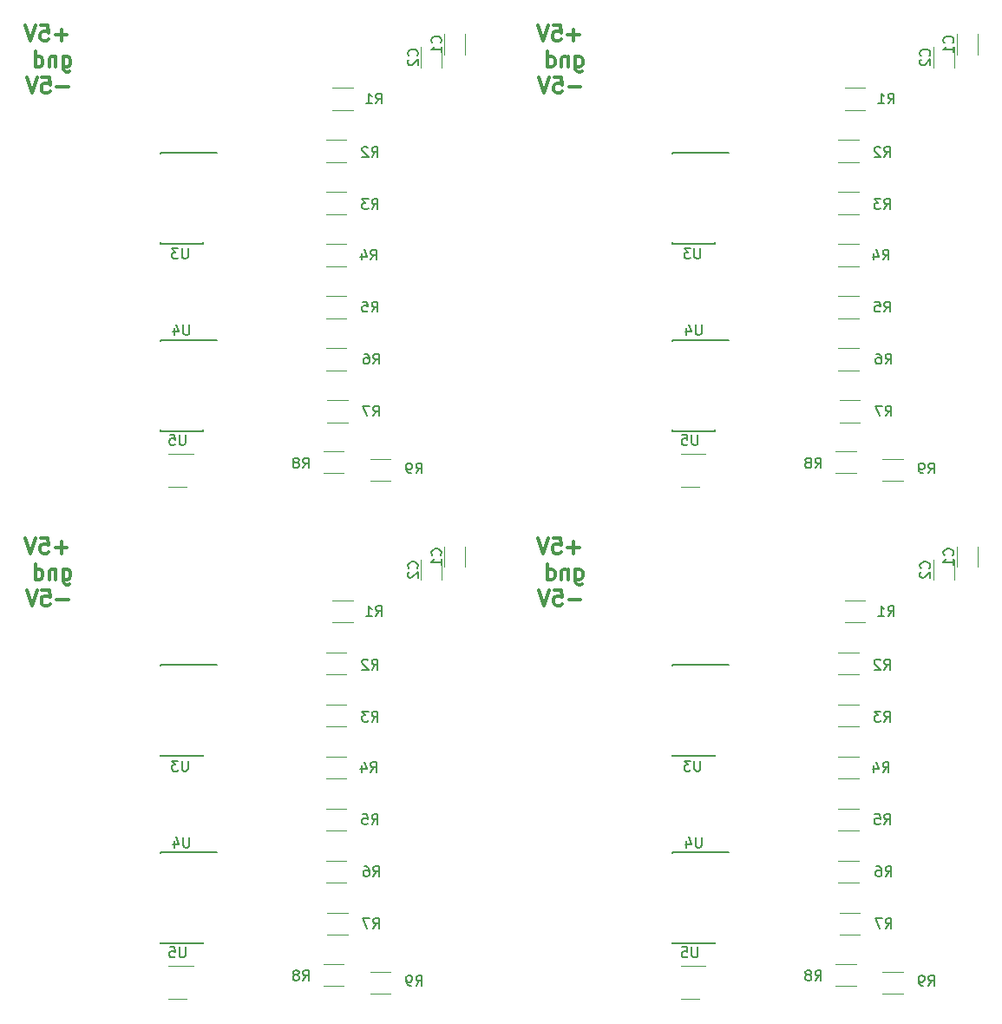
<source format=gbo>
G04 #@! TF.FileFunction,Legend,Bot*
%FSLAX46Y46*%
G04 Gerber Fmt 4.6, Leading zero omitted, Abs format (unit mm)*
G04 Created by KiCad (PCBNEW 4.0.6) date 08/30/17 14:35:39*
%MOMM*%
%LPD*%
G01*
G04 APERTURE LIST*
%ADD10C,0.100000*%
%ADD11C,0.300000*%
%ADD12C,0.120000*%
%ADD13C,0.150000*%
G04 APERTURE END LIST*
D10*
D11*
X106576571Y-151326143D02*
X105433714Y-151326143D01*
X106005143Y-151897571D02*
X106005143Y-150754714D01*
X104005142Y-150397571D02*
X104719428Y-150397571D01*
X104790857Y-151111857D01*
X104719428Y-151040429D01*
X104576571Y-150969000D01*
X104219428Y-150969000D01*
X104076571Y-151040429D01*
X104005142Y-151111857D01*
X103933714Y-151254714D01*
X103933714Y-151611857D01*
X104005142Y-151754714D01*
X104076571Y-151826143D01*
X104219428Y-151897571D01*
X104576571Y-151897571D01*
X104719428Y-151826143D01*
X104790857Y-151754714D01*
X103505143Y-150397571D02*
X103005143Y-151897571D01*
X102505143Y-150397571D01*
X106703571Y-156406143D02*
X105560714Y-156406143D01*
X104132142Y-155477571D02*
X104846428Y-155477571D01*
X104917857Y-156191857D01*
X104846428Y-156120429D01*
X104703571Y-156049000D01*
X104346428Y-156049000D01*
X104203571Y-156120429D01*
X104132142Y-156191857D01*
X104060714Y-156334714D01*
X104060714Y-156691857D01*
X104132142Y-156834714D01*
X104203571Y-156906143D01*
X104346428Y-156977571D01*
X104703571Y-156977571D01*
X104846428Y-156906143D01*
X104917857Y-156834714D01*
X103632143Y-155477571D02*
X103132143Y-156977571D01*
X102632143Y-155477571D01*
X106191714Y-153437571D02*
X106191714Y-154651857D01*
X106263143Y-154794714D01*
X106334571Y-154866143D01*
X106477428Y-154937571D01*
X106691714Y-154937571D01*
X106834571Y-154866143D01*
X106191714Y-154366143D02*
X106334571Y-154437571D01*
X106620285Y-154437571D01*
X106763143Y-154366143D01*
X106834571Y-154294714D01*
X106906000Y-154151857D01*
X106906000Y-153723286D01*
X106834571Y-153580429D01*
X106763143Y-153509000D01*
X106620285Y-153437571D01*
X106334571Y-153437571D01*
X106191714Y-153509000D01*
X105477428Y-153437571D02*
X105477428Y-154437571D01*
X105477428Y-153580429D02*
X105406000Y-153509000D01*
X105263142Y-153437571D01*
X105048857Y-153437571D01*
X104906000Y-153509000D01*
X104834571Y-153651857D01*
X104834571Y-154437571D01*
X103477428Y-154437571D02*
X103477428Y-152937571D01*
X103477428Y-154366143D02*
X103620285Y-154437571D01*
X103905999Y-154437571D01*
X104048857Y-154366143D01*
X104120285Y-154294714D01*
X104191714Y-154151857D01*
X104191714Y-153723286D01*
X104120285Y-153580429D01*
X104048857Y-153509000D01*
X103905999Y-153437571D01*
X103620285Y-153437571D01*
X103477428Y-153509000D01*
X156191714Y-153437571D02*
X156191714Y-154651857D01*
X156263143Y-154794714D01*
X156334571Y-154866143D01*
X156477428Y-154937571D01*
X156691714Y-154937571D01*
X156834571Y-154866143D01*
X156191714Y-154366143D02*
X156334571Y-154437571D01*
X156620285Y-154437571D01*
X156763143Y-154366143D01*
X156834571Y-154294714D01*
X156906000Y-154151857D01*
X156906000Y-153723286D01*
X156834571Y-153580429D01*
X156763143Y-153509000D01*
X156620285Y-153437571D01*
X156334571Y-153437571D01*
X156191714Y-153509000D01*
X155477428Y-153437571D02*
X155477428Y-154437571D01*
X155477428Y-153580429D02*
X155406000Y-153509000D01*
X155263142Y-153437571D01*
X155048857Y-153437571D01*
X154906000Y-153509000D01*
X154834571Y-153651857D01*
X154834571Y-154437571D01*
X153477428Y-154437571D02*
X153477428Y-152937571D01*
X153477428Y-154366143D02*
X153620285Y-154437571D01*
X153905999Y-154437571D01*
X154048857Y-154366143D01*
X154120285Y-154294714D01*
X154191714Y-154151857D01*
X154191714Y-153723286D01*
X154120285Y-153580429D01*
X154048857Y-153509000D01*
X153905999Y-153437571D01*
X153620285Y-153437571D01*
X153477428Y-153509000D01*
X156703571Y-156406143D02*
X155560714Y-156406143D01*
X154132142Y-155477571D02*
X154846428Y-155477571D01*
X154917857Y-156191857D01*
X154846428Y-156120429D01*
X154703571Y-156049000D01*
X154346428Y-156049000D01*
X154203571Y-156120429D01*
X154132142Y-156191857D01*
X154060714Y-156334714D01*
X154060714Y-156691857D01*
X154132142Y-156834714D01*
X154203571Y-156906143D01*
X154346428Y-156977571D01*
X154703571Y-156977571D01*
X154846428Y-156906143D01*
X154917857Y-156834714D01*
X153632143Y-155477571D02*
X153132143Y-156977571D01*
X152632143Y-155477571D01*
X156576571Y-151326143D02*
X155433714Y-151326143D01*
X156005143Y-151897571D02*
X156005143Y-150754714D01*
X154005142Y-150397571D02*
X154719428Y-150397571D01*
X154790857Y-151111857D01*
X154719428Y-151040429D01*
X154576571Y-150969000D01*
X154219428Y-150969000D01*
X154076571Y-151040429D01*
X154005142Y-151111857D01*
X153933714Y-151254714D01*
X153933714Y-151611857D01*
X154005142Y-151754714D01*
X154076571Y-151826143D01*
X154219428Y-151897571D01*
X154576571Y-151897571D01*
X154719428Y-151826143D01*
X154790857Y-151754714D01*
X153505143Y-150397571D02*
X153005143Y-151897571D01*
X152505143Y-150397571D01*
X156576571Y-101326143D02*
X155433714Y-101326143D01*
X156005143Y-101897571D02*
X156005143Y-100754714D01*
X154005142Y-100397571D02*
X154719428Y-100397571D01*
X154790857Y-101111857D01*
X154719428Y-101040429D01*
X154576571Y-100969000D01*
X154219428Y-100969000D01*
X154076571Y-101040429D01*
X154005142Y-101111857D01*
X153933714Y-101254714D01*
X153933714Y-101611857D01*
X154005142Y-101754714D01*
X154076571Y-101826143D01*
X154219428Y-101897571D01*
X154576571Y-101897571D01*
X154719428Y-101826143D01*
X154790857Y-101754714D01*
X153505143Y-100397571D02*
X153005143Y-101897571D01*
X152505143Y-100397571D01*
X156703571Y-106406143D02*
X155560714Y-106406143D01*
X154132142Y-105477571D02*
X154846428Y-105477571D01*
X154917857Y-106191857D01*
X154846428Y-106120429D01*
X154703571Y-106049000D01*
X154346428Y-106049000D01*
X154203571Y-106120429D01*
X154132142Y-106191857D01*
X154060714Y-106334714D01*
X154060714Y-106691857D01*
X154132142Y-106834714D01*
X154203571Y-106906143D01*
X154346428Y-106977571D01*
X154703571Y-106977571D01*
X154846428Y-106906143D01*
X154917857Y-106834714D01*
X153632143Y-105477571D02*
X153132143Y-106977571D01*
X152632143Y-105477571D01*
X156191714Y-103437571D02*
X156191714Y-104651857D01*
X156263143Y-104794714D01*
X156334571Y-104866143D01*
X156477428Y-104937571D01*
X156691714Y-104937571D01*
X156834571Y-104866143D01*
X156191714Y-104366143D02*
X156334571Y-104437571D01*
X156620285Y-104437571D01*
X156763143Y-104366143D01*
X156834571Y-104294714D01*
X156906000Y-104151857D01*
X156906000Y-103723286D01*
X156834571Y-103580429D01*
X156763143Y-103509000D01*
X156620285Y-103437571D01*
X156334571Y-103437571D01*
X156191714Y-103509000D01*
X155477428Y-103437571D02*
X155477428Y-104437571D01*
X155477428Y-103580429D02*
X155406000Y-103509000D01*
X155263142Y-103437571D01*
X155048857Y-103437571D01*
X154906000Y-103509000D01*
X154834571Y-103651857D01*
X154834571Y-104437571D01*
X153477428Y-104437571D02*
X153477428Y-102937571D01*
X153477428Y-104366143D02*
X153620285Y-104437571D01*
X153905999Y-104437571D01*
X154048857Y-104366143D01*
X154120285Y-104294714D01*
X154191714Y-104151857D01*
X154191714Y-103723286D01*
X154120285Y-103580429D01*
X154048857Y-103509000D01*
X153905999Y-103437571D01*
X153620285Y-103437571D01*
X153477428Y-103509000D01*
X106191714Y-103437571D02*
X106191714Y-104651857D01*
X106263143Y-104794714D01*
X106334571Y-104866143D01*
X106477428Y-104937571D01*
X106691714Y-104937571D01*
X106834571Y-104866143D01*
X106191714Y-104366143D02*
X106334571Y-104437571D01*
X106620285Y-104437571D01*
X106763143Y-104366143D01*
X106834571Y-104294714D01*
X106906000Y-104151857D01*
X106906000Y-103723286D01*
X106834571Y-103580429D01*
X106763143Y-103509000D01*
X106620285Y-103437571D01*
X106334571Y-103437571D01*
X106191714Y-103509000D01*
X105477428Y-103437571D02*
X105477428Y-104437571D01*
X105477428Y-103580429D02*
X105406000Y-103509000D01*
X105263142Y-103437571D01*
X105048857Y-103437571D01*
X104906000Y-103509000D01*
X104834571Y-103651857D01*
X104834571Y-104437571D01*
X103477428Y-104437571D02*
X103477428Y-102937571D01*
X103477428Y-104366143D02*
X103620285Y-104437571D01*
X103905999Y-104437571D01*
X104048857Y-104366143D01*
X104120285Y-104294714D01*
X104191714Y-104151857D01*
X104191714Y-103723286D01*
X104120285Y-103580429D01*
X104048857Y-103509000D01*
X103905999Y-103437571D01*
X103620285Y-103437571D01*
X103477428Y-103509000D01*
X106703571Y-106406143D02*
X105560714Y-106406143D01*
X104132142Y-105477571D02*
X104846428Y-105477571D01*
X104917857Y-106191857D01*
X104846428Y-106120429D01*
X104703571Y-106049000D01*
X104346428Y-106049000D01*
X104203571Y-106120429D01*
X104132142Y-106191857D01*
X104060714Y-106334714D01*
X104060714Y-106691857D01*
X104132142Y-106834714D01*
X104203571Y-106906143D01*
X104346428Y-106977571D01*
X104703571Y-106977571D01*
X104846428Y-106906143D01*
X104917857Y-106834714D01*
X103632143Y-105477571D02*
X103132143Y-106977571D01*
X102632143Y-105477571D01*
X106576571Y-101326143D02*
X105433714Y-101326143D01*
X106005143Y-101897571D02*
X106005143Y-100754714D01*
X104005142Y-100397571D02*
X104719428Y-100397571D01*
X104790857Y-101111857D01*
X104719428Y-101040429D01*
X104576571Y-100969000D01*
X104219428Y-100969000D01*
X104076571Y-101040429D01*
X104005142Y-101111857D01*
X103933714Y-101254714D01*
X103933714Y-101611857D01*
X104005142Y-101754714D01*
X104076571Y-101826143D01*
X104219428Y-101897571D01*
X104576571Y-101897571D01*
X104719428Y-101826143D01*
X104790857Y-101754714D01*
X103505143Y-100397571D02*
X103005143Y-101897571D01*
X102505143Y-100397571D01*
D12*
X141093000Y-154505000D02*
X141093000Y-152505000D01*
X143133000Y-152505000D02*
X143133000Y-154505000D01*
X143379000Y-153235000D02*
X143379000Y-151235000D01*
X145419000Y-151235000D02*
X145419000Y-153235000D01*
X118248000Y-195374000D02*
X116448000Y-195374000D01*
X116448000Y-192154000D02*
X118898000Y-192154000D01*
D13*
X119804000Y-181059000D02*
X119804000Y-181084000D01*
X115654000Y-181059000D02*
X115654000Y-181174000D01*
X115654000Y-189959000D02*
X115654000Y-189844000D01*
X119804000Y-189959000D02*
X119804000Y-189844000D01*
X119804000Y-181059000D02*
X115654000Y-181059000D01*
X119804000Y-189959000D02*
X115654000Y-189959000D01*
X119804000Y-181084000D02*
X121179000Y-181084000D01*
X119804000Y-162771000D02*
X119804000Y-162796000D01*
X115654000Y-162771000D02*
X115654000Y-162886000D01*
X115654000Y-171671000D02*
X115654000Y-171556000D01*
X119804000Y-171671000D02*
X119804000Y-171556000D01*
X119804000Y-162771000D02*
X115654000Y-162771000D01*
X119804000Y-171671000D02*
X115654000Y-171671000D01*
X119804000Y-162796000D02*
X121179000Y-162796000D01*
D12*
X136160000Y-194834000D02*
X138160000Y-194834000D01*
X138160000Y-192694000D02*
X136160000Y-192694000D01*
X131588000Y-194072000D02*
X133588000Y-194072000D01*
X133588000Y-191932000D02*
X131588000Y-191932000D01*
X131969000Y-189119000D02*
X133969000Y-189119000D01*
X133969000Y-186979000D02*
X131969000Y-186979000D01*
X131842000Y-184039000D02*
X133842000Y-184039000D01*
X133842000Y-181899000D02*
X131842000Y-181899000D01*
X131842000Y-178959000D02*
X133842000Y-178959000D01*
X133842000Y-176819000D02*
X131842000Y-176819000D01*
X131842000Y-173879000D02*
X133842000Y-173879000D01*
X133842000Y-171739000D02*
X131842000Y-171739000D01*
X131842000Y-168799000D02*
X133842000Y-168799000D01*
X133842000Y-166659000D02*
X131842000Y-166659000D01*
X131842000Y-163719000D02*
X133842000Y-163719000D01*
X133842000Y-161579000D02*
X131842000Y-161579000D01*
X132477000Y-158639000D02*
X134477000Y-158639000D01*
X134477000Y-156499000D02*
X132477000Y-156499000D01*
X182477000Y-158639000D02*
X184477000Y-158639000D01*
X184477000Y-156499000D02*
X182477000Y-156499000D01*
X181842000Y-163719000D02*
X183842000Y-163719000D01*
X183842000Y-161579000D02*
X181842000Y-161579000D01*
X181842000Y-168799000D02*
X183842000Y-168799000D01*
X183842000Y-166659000D02*
X181842000Y-166659000D01*
X181842000Y-173879000D02*
X183842000Y-173879000D01*
X183842000Y-171739000D02*
X181842000Y-171739000D01*
X181842000Y-178959000D02*
X183842000Y-178959000D01*
X183842000Y-176819000D02*
X181842000Y-176819000D01*
X181842000Y-184039000D02*
X183842000Y-184039000D01*
X183842000Y-181899000D02*
X181842000Y-181899000D01*
X181969000Y-189119000D02*
X183969000Y-189119000D01*
X183969000Y-186979000D02*
X181969000Y-186979000D01*
X181588000Y-194072000D02*
X183588000Y-194072000D01*
X183588000Y-191932000D02*
X181588000Y-191932000D01*
X186160000Y-194834000D02*
X188160000Y-194834000D01*
X188160000Y-192694000D02*
X186160000Y-192694000D01*
D13*
X169804000Y-162771000D02*
X169804000Y-162796000D01*
X165654000Y-162771000D02*
X165654000Y-162886000D01*
X165654000Y-171671000D02*
X165654000Y-171556000D01*
X169804000Y-171671000D02*
X169804000Y-171556000D01*
X169804000Y-162771000D02*
X165654000Y-162771000D01*
X169804000Y-171671000D02*
X165654000Y-171671000D01*
X169804000Y-162796000D02*
X171179000Y-162796000D01*
X169804000Y-181059000D02*
X169804000Y-181084000D01*
X165654000Y-181059000D02*
X165654000Y-181174000D01*
X165654000Y-189959000D02*
X165654000Y-189844000D01*
X169804000Y-189959000D02*
X169804000Y-189844000D01*
X169804000Y-181059000D02*
X165654000Y-181059000D01*
X169804000Y-189959000D02*
X165654000Y-189959000D01*
X169804000Y-181084000D02*
X171179000Y-181084000D01*
D12*
X168248000Y-195374000D02*
X166448000Y-195374000D01*
X166448000Y-192154000D02*
X168898000Y-192154000D01*
X193379000Y-153235000D02*
X193379000Y-151235000D01*
X195419000Y-151235000D02*
X195419000Y-153235000D01*
X191093000Y-154505000D02*
X191093000Y-152505000D01*
X193133000Y-152505000D02*
X193133000Y-154505000D01*
X191093000Y-104505000D02*
X191093000Y-102505000D01*
X193133000Y-102505000D02*
X193133000Y-104505000D01*
X193379000Y-103235000D02*
X193379000Y-101235000D01*
X195419000Y-101235000D02*
X195419000Y-103235000D01*
X168248000Y-145374000D02*
X166448000Y-145374000D01*
X166448000Y-142154000D02*
X168898000Y-142154000D01*
D13*
X169804000Y-131059000D02*
X169804000Y-131084000D01*
X165654000Y-131059000D02*
X165654000Y-131174000D01*
X165654000Y-139959000D02*
X165654000Y-139844000D01*
X169804000Y-139959000D02*
X169804000Y-139844000D01*
X169804000Y-131059000D02*
X165654000Y-131059000D01*
X169804000Y-139959000D02*
X165654000Y-139959000D01*
X169804000Y-131084000D02*
X171179000Y-131084000D01*
X169804000Y-112771000D02*
X169804000Y-112796000D01*
X165654000Y-112771000D02*
X165654000Y-112886000D01*
X165654000Y-121671000D02*
X165654000Y-121556000D01*
X169804000Y-121671000D02*
X169804000Y-121556000D01*
X169804000Y-112771000D02*
X165654000Y-112771000D01*
X169804000Y-121671000D02*
X165654000Y-121671000D01*
X169804000Y-112796000D02*
X171179000Y-112796000D01*
D12*
X186160000Y-144834000D02*
X188160000Y-144834000D01*
X188160000Y-142694000D02*
X186160000Y-142694000D01*
X181588000Y-144072000D02*
X183588000Y-144072000D01*
X183588000Y-141932000D02*
X181588000Y-141932000D01*
X181969000Y-139119000D02*
X183969000Y-139119000D01*
X183969000Y-136979000D02*
X181969000Y-136979000D01*
X181842000Y-134039000D02*
X183842000Y-134039000D01*
X183842000Y-131899000D02*
X181842000Y-131899000D01*
X181842000Y-128959000D02*
X183842000Y-128959000D01*
X183842000Y-126819000D02*
X181842000Y-126819000D01*
X181842000Y-123879000D02*
X183842000Y-123879000D01*
X183842000Y-121739000D02*
X181842000Y-121739000D01*
X181842000Y-118799000D02*
X183842000Y-118799000D01*
X183842000Y-116659000D02*
X181842000Y-116659000D01*
X181842000Y-113719000D02*
X183842000Y-113719000D01*
X183842000Y-111579000D02*
X181842000Y-111579000D01*
X182477000Y-108639000D02*
X184477000Y-108639000D01*
X184477000Y-106499000D02*
X182477000Y-106499000D01*
X132477000Y-108639000D02*
X134477000Y-108639000D01*
X134477000Y-106499000D02*
X132477000Y-106499000D01*
X131842000Y-113719000D02*
X133842000Y-113719000D01*
X133842000Y-111579000D02*
X131842000Y-111579000D01*
X131842000Y-118799000D02*
X133842000Y-118799000D01*
X133842000Y-116659000D02*
X131842000Y-116659000D01*
X131842000Y-123879000D02*
X133842000Y-123879000D01*
X133842000Y-121739000D02*
X131842000Y-121739000D01*
X131842000Y-128959000D02*
X133842000Y-128959000D01*
X133842000Y-126819000D02*
X131842000Y-126819000D01*
X131842000Y-134039000D02*
X133842000Y-134039000D01*
X133842000Y-131899000D02*
X131842000Y-131899000D01*
X131969000Y-139119000D02*
X133969000Y-139119000D01*
X133969000Y-136979000D02*
X131969000Y-136979000D01*
X131588000Y-144072000D02*
X133588000Y-144072000D01*
X133588000Y-141932000D02*
X131588000Y-141932000D01*
X136160000Y-144834000D02*
X138160000Y-144834000D01*
X138160000Y-142694000D02*
X136160000Y-142694000D01*
D13*
X119804000Y-112771000D02*
X119804000Y-112796000D01*
X115654000Y-112771000D02*
X115654000Y-112886000D01*
X115654000Y-121671000D02*
X115654000Y-121556000D01*
X119804000Y-121671000D02*
X119804000Y-121556000D01*
X119804000Y-112771000D02*
X115654000Y-112771000D01*
X119804000Y-121671000D02*
X115654000Y-121671000D01*
X119804000Y-112796000D02*
X121179000Y-112796000D01*
X119804000Y-131059000D02*
X119804000Y-131084000D01*
X115654000Y-131059000D02*
X115654000Y-131174000D01*
X115654000Y-139959000D02*
X115654000Y-139844000D01*
X119804000Y-139959000D02*
X119804000Y-139844000D01*
X119804000Y-131059000D02*
X115654000Y-131059000D01*
X119804000Y-139959000D02*
X115654000Y-139959000D01*
X119804000Y-131084000D02*
X121179000Y-131084000D01*
D12*
X118248000Y-145374000D02*
X116448000Y-145374000D01*
X116448000Y-142154000D02*
X118898000Y-142154000D01*
X143379000Y-103235000D02*
X143379000Y-101235000D01*
X145419000Y-101235000D02*
X145419000Y-103235000D01*
X141093000Y-104505000D02*
X141093000Y-102505000D01*
X143133000Y-102505000D02*
X143133000Y-104505000D01*
D13*
X140720143Y-153338334D02*
X140767762Y-153290715D01*
X140815381Y-153147858D01*
X140815381Y-153052620D01*
X140767762Y-152909762D01*
X140672524Y-152814524D01*
X140577286Y-152766905D01*
X140386810Y-152719286D01*
X140243952Y-152719286D01*
X140053476Y-152766905D01*
X139958238Y-152814524D01*
X139863000Y-152909762D01*
X139815381Y-153052620D01*
X139815381Y-153147858D01*
X139863000Y-153290715D01*
X139910619Y-153338334D01*
X139910619Y-153719286D02*
X139863000Y-153766905D01*
X139815381Y-153862143D01*
X139815381Y-154100239D01*
X139863000Y-154195477D01*
X139910619Y-154243096D01*
X140005857Y-154290715D01*
X140101095Y-154290715D01*
X140243952Y-154243096D01*
X140815381Y-153671667D01*
X140815381Y-154290715D01*
X143006143Y-152068334D02*
X143053762Y-152020715D01*
X143101381Y-151877858D01*
X143101381Y-151782620D01*
X143053762Y-151639762D01*
X142958524Y-151544524D01*
X142863286Y-151496905D01*
X142672810Y-151449286D01*
X142529952Y-151449286D01*
X142339476Y-151496905D01*
X142244238Y-151544524D01*
X142149000Y-151639762D01*
X142101381Y-151782620D01*
X142101381Y-151877858D01*
X142149000Y-152020715D01*
X142196619Y-152068334D01*
X143101381Y-153020715D02*
X143101381Y-152449286D01*
X143101381Y-152735000D02*
X142101381Y-152735000D01*
X142244238Y-152639762D01*
X142339476Y-152544524D01*
X142387095Y-152449286D01*
X118109905Y-190316381D02*
X118109905Y-191125905D01*
X118062286Y-191221143D01*
X118014667Y-191268762D01*
X117919429Y-191316381D01*
X117728952Y-191316381D01*
X117633714Y-191268762D01*
X117586095Y-191221143D01*
X117538476Y-191125905D01*
X117538476Y-190316381D01*
X116586095Y-190316381D02*
X117062286Y-190316381D01*
X117109905Y-190792571D01*
X117062286Y-190744952D01*
X116967048Y-190697333D01*
X116728952Y-190697333D01*
X116633714Y-190744952D01*
X116586095Y-190792571D01*
X116538476Y-190887810D01*
X116538476Y-191125905D01*
X116586095Y-191221143D01*
X116633714Y-191268762D01*
X116728952Y-191316381D01*
X116967048Y-191316381D01*
X117062286Y-191268762D01*
X117109905Y-191221143D01*
X118490905Y-179586381D02*
X118490905Y-180395905D01*
X118443286Y-180491143D01*
X118395667Y-180538762D01*
X118300429Y-180586381D01*
X118109952Y-180586381D01*
X118014714Y-180538762D01*
X117967095Y-180491143D01*
X117919476Y-180395905D01*
X117919476Y-179586381D01*
X117014714Y-179919714D02*
X117014714Y-180586381D01*
X117252810Y-179538762D02*
X117490905Y-180253048D01*
X116871857Y-180253048D01*
X118363905Y-172134381D02*
X118363905Y-172943905D01*
X118316286Y-173039143D01*
X118268667Y-173086762D01*
X118173429Y-173134381D01*
X117982952Y-173134381D01*
X117887714Y-173086762D01*
X117840095Y-173039143D01*
X117792476Y-172943905D01*
X117792476Y-172134381D01*
X117411524Y-172134381D02*
X116792476Y-172134381D01*
X117125810Y-172515333D01*
X116982952Y-172515333D01*
X116887714Y-172562952D01*
X116840095Y-172610571D01*
X116792476Y-172705810D01*
X116792476Y-172943905D01*
X116840095Y-173039143D01*
X116887714Y-173086762D01*
X116982952Y-173134381D01*
X117268667Y-173134381D01*
X117363905Y-173086762D01*
X117411524Y-173039143D01*
X140628666Y-194089381D02*
X140962000Y-193613190D01*
X141200095Y-194089381D02*
X141200095Y-193089381D01*
X140819142Y-193089381D01*
X140723904Y-193137000D01*
X140676285Y-193184619D01*
X140628666Y-193279857D01*
X140628666Y-193422714D01*
X140676285Y-193517952D01*
X140723904Y-193565571D01*
X140819142Y-193613190D01*
X141200095Y-193613190D01*
X140152476Y-194089381D02*
X139962000Y-194089381D01*
X139866761Y-194041762D01*
X139819142Y-193994143D01*
X139723904Y-193851286D01*
X139676285Y-193660810D01*
X139676285Y-193279857D01*
X139723904Y-193184619D01*
X139771523Y-193137000D01*
X139866761Y-193089381D01*
X140057238Y-193089381D01*
X140152476Y-193137000D01*
X140200095Y-193184619D01*
X140247714Y-193279857D01*
X140247714Y-193517952D01*
X140200095Y-193613190D01*
X140152476Y-193660810D01*
X140057238Y-193708429D01*
X139866761Y-193708429D01*
X139771523Y-193660810D01*
X139723904Y-193613190D01*
X139676285Y-193517952D01*
X129579666Y-193581381D02*
X129913000Y-193105190D01*
X130151095Y-193581381D02*
X130151095Y-192581381D01*
X129770142Y-192581381D01*
X129674904Y-192629000D01*
X129627285Y-192676619D01*
X129579666Y-192771857D01*
X129579666Y-192914714D01*
X129627285Y-193009952D01*
X129674904Y-193057571D01*
X129770142Y-193105190D01*
X130151095Y-193105190D01*
X129008238Y-193009952D02*
X129103476Y-192962333D01*
X129151095Y-192914714D01*
X129198714Y-192819476D01*
X129198714Y-192771857D01*
X129151095Y-192676619D01*
X129103476Y-192629000D01*
X129008238Y-192581381D01*
X128817761Y-192581381D01*
X128722523Y-192629000D01*
X128674904Y-192676619D01*
X128627285Y-192771857D01*
X128627285Y-192819476D01*
X128674904Y-192914714D01*
X128722523Y-192962333D01*
X128817761Y-193009952D01*
X129008238Y-193009952D01*
X129103476Y-193057571D01*
X129151095Y-193105190D01*
X129198714Y-193200429D01*
X129198714Y-193390905D01*
X129151095Y-193486143D01*
X129103476Y-193533762D01*
X129008238Y-193581381D01*
X128817761Y-193581381D01*
X128722523Y-193533762D01*
X128674904Y-193486143D01*
X128627285Y-193390905D01*
X128627285Y-193200429D01*
X128674904Y-193105190D01*
X128722523Y-193057571D01*
X128817761Y-193009952D01*
X136437666Y-188501381D02*
X136771000Y-188025190D01*
X137009095Y-188501381D02*
X137009095Y-187501381D01*
X136628142Y-187501381D01*
X136532904Y-187549000D01*
X136485285Y-187596619D01*
X136437666Y-187691857D01*
X136437666Y-187834714D01*
X136485285Y-187929952D01*
X136532904Y-187977571D01*
X136628142Y-188025190D01*
X137009095Y-188025190D01*
X136104333Y-187501381D02*
X135437666Y-187501381D01*
X135866238Y-188501381D01*
X136437666Y-183421381D02*
X136771000Y-182945190D01*
X137009095Y-183421381D02*
X137009095Y-182421381D01*
X136628142Y-182421381D01*
X136532904Y-182469000D01*
X136485285Y-182516619D01*
X136437666Y-182611857D01*
X136437666Y-182754714D01*
X136485285Y-182849952D01*
X136532904Y-182897571D01*
X136628142Y-182945190D01*
X137009095Y-182945190D01*
X135580523Y-182421381D02*
X135771000Y-182421381D01*
X135866238Y-182469000D01*
X135913857Y-182516619D01*
X136009095Y-182659476D01*
X136056714Y-182849952D01*
X136056714Y-183230905D01*
X136009095Y-183326143D01*
X135961476Y-183373762D01*
X135866238Y-183421381D01*
X135675761Y-183421381D01*
X135580523Y-183373762D01*
X135532904Y-183326143D01*
X135485285Y-183230905D01*
X135485285Y-182992810D01*
X135532904Y-182897571D01*
X135580523Y-182849952D01*
X135675761Y-182802333D01*
X135866238Y-182802333D01*
X135961476Y-182849952D01*
X136009095Y-182897571D01*
X136056714Y-182992810D01*
X136310666Y-178341381D02*
X136644000Y-177865190D01*
X136882095Y-178341381D02*
X136882095Y-177341381D01*
X136501142Y-177341381D01*
X136405904Y-177389000D01*
X136358285Y-177436619D01*
X136310666Y-177531857D01*
X136310666Y-177674714D01*
X136358285Y-177769952D01*
X136405904Y-177817571D01*
X136501142Y-177865190D01*
X136882095Y-177865190D01*
X135405904Y-177341381D02*
X135882095Y-177341381D01*
X135929714Y-177817571D01*
X135882095Y-177769952D01*
X135786857Y-177722333D01*
X135548761Y-177722333D01*
X135453523Y-177769952D01*
X135405904Y-177817571D01*
X135358285Y-177912810D01*
X135358285Y-178150905D01*
X135405904Y-178246143D01*
X135453523Y-178293762D01*
X135548761Y-178341381D01*
X135786857Y-178341381D01*
X135882095Y-178293762D01*
X135929714Y-178246143D01*
X136183666Y-173261381D02*
X136517000Y-172785190D01*
X136755095Y-173261381D02*
X136755095Y-172261381D01*
X136374142Y-172261381D01*
X136278904Y-172309000D01*
X136231285Y-172356619D01*
X136183666Y-172451857D01*
X136183666Y-172594714D01*
X136231285Y-172689952D01*
X136278904Y-172737571D01*
X136374142Y-172785190D01*
X136755095Y-172785190D01*
X135326523Y-172594714D02*
X135326523Y-173261381D01*
X135564619Y-172213762D02*
X135802714Y-172928048D01*
X135183666Y-172928048D01*
X136310666Y-168308381D02*
X136644000Y-167832190D01*
X136882095Y-168308381D02*
X136882095Y-167308381D01*
X136501142Y-167308381D01*
X136405904Y-167356000D01*
X136358285Y-167403619D01*
X136310666Y-167498857D01*
X136310666Y-167641714D01*
X136358285Y-167736952D01*
X136405904Y-167784571D01*
X136501142Y-167832190D01*
X136882095Y-167832190D01*
X135977333Y-167308381D02*
X135358285Y-167308381D01*
X135691619Y-167689333D01*
X135548761Y-167689333D01*
X135453523Y-167736952D01*
X135405904Y-167784571D01*
X135358285Y-167879810D01*
X135358285Y-168117905D01*
X135405904Y-168213143D01*
X135453523Y-168260762D01*
X135548761Y-168308381D01*
X135834476Y-168308381D01*
X135929714Y-168260762D01*
X135977333Y-168213143D01*
X136310666Y-163228381D02*
X136644000Y-162752190D01*
X136882095Y-163228381D02*
X136882095Y-162228381D01*
X136501142Y-162228381D01*
X136405904Y-162276000D01*
X136358285Y-162323619D01*
X136310666Y-162418857D01*
X136310666Y-162561714D01*
X136358285Y-162656952D01*
X136405904Y-162704571D01*
X136501142Y-162752190D01*
X136882095Y-162752190D01*
X135929714Y-162323619D02*
X135882095Y-162276000D01*
X135786857Y-162228381D01*
X135548761Y-162228381D01*
X135453523Y-162276000D01*
X135405904Y-162323619D01*
X135358285Y-162418857D01*
X135358285Y-162514095D01*
X135405904Y-162656952D01*
X135977333Y-163228381D01*
X135358285Y-163228381D01*
X136691666Y-158021381D02*
X137025000Y-157545190D01*
X137263095Y-158021381D02*
X137263095Y-157021381D01*
X136882142Y-157021381D01*
X136786904Y-157069000D01*
X136739285Y-157116619D01*
X136691666Y-157211857D01*
X136691666Y-157354714D01*
X136739285Y-157449952D01*
X136786904Y-157497571D01*
X136882142Y-157545190D01*
X137263095Y-157545190D01*
X135739285Y-158021381D02*
X136310714Y-158021381D01*
X136025000Y-158021381D02*
X136025000Y-157021381D01*
X136120238Y-157164238D01*
X136215476Y-157259476D01*
X136310714Y-157307095D01*
X186691666Y-158021381D02*
X187025000Y-157545190D01*
X187263095Y-158021381D02*
X187263095Y-157021381D01*
X186882142Y-157021381D01*
X186786904Y-157069000D01*
X186739285Y-157116619D01*
X186691666Y-157211857D01*
X186691666Y-157354714D01*
X186739285Y-157449952D01*
X186786904Y-157497571D01*
X186882142Y-157545190D01*
X187263095Y-157545190D01*
X185739285Y-158021381D02*
X186310714Y-158021381D01*
X186025000Y-158021381D02*
X186025000Y-157021381D01*
X186120238Y-157164238D01*
X186215476Y-157259476D01*
X186310714Y-157307095D01*
X186310666Y-163228381D02*
X186644000Y-162752190D01*
X186882095Y-163228381D02*
X186882095Y-162228381D01*
X186501142Y-162228381D01*
X186405904Y-162276000D01*
X186358285Y-162323619D01*
X186310666Y-162418857D01*
X186310666Y-162561714D01*
X186358285Y-162656952D01*
X186405904Y-162704571D01*
X186501142Y-162752190D01*
X186882095Y-162752190D01*
X185929714Y-162323619D02*
X185882095Y-162276000D01*
X185786857Y-162228381D01*
X185548761Y-162228381D01*
X185453523Y-162276000D01*
X185405904Y-162323619D01*
X185358285Y-162418857D01*
X185358285Y-162514095D01*
X185405904Y-162656952D01*
X185977333Y-163228381D01*
X185358285Y-163228381D01*
X186310666Y-168308381D02*
X186644000Y-167832190D01*
X186882095Y-168308381D02*
X186882095Y-167308381D01*
X186501142Y-167308381D01*
X186405904Y-167356000D01*
X186358285Y-167403619D01*
X186310666Y-167498857D01*
X186310666Y-167641714D01*
X186358285Y-167736952D01*
X186405904Y-167784571D01*
X186501142Y-167832190D01*
X186882095Y-167832190D01*
X185977333Y-167308381D02*
X185358285Y-167308381D01*
X185691619Y-167689333D01*
X185548761Y-167689333D01*
X185453523Y-167736952D01*
X185405904Y-167784571D01*
X185358285Y-167879810D01*
X185358285Y-168117905D01*
X185405904Y-168213143D01*
X185453523Y-168260762D01*
X185548761Y-168308381D01*
X185834476Y-168308381D01*
X185929714Y-168260762D01*
X185977333Y-168213143D01*
X186183666Y-173261381D02*
X186517000Y-172785190D01*
X186755095Y-173261381D02*
X186755095Y-172261381D01*
X186374142Y-172261381D01*
X186278904Y-172309000D01*
X186231285Y-172356619D01*
X186183666Y-172451857D01*
X186183666Y-172594714D01*
X186231285Y-172689952D01*
X186278904Y-172737571D01*
X186374142Y-172785190D01*
X186755095Y-172785190D01*
X185326523Y-172594714D02*
X185326523Y-173261381D01*
X185564619Y-172213762D02*
X185802714Y-172928048D01*
X185183666Y-172928048D01*
X186310666Y-178341381D02*
X186644000Y-177865190D01*
X186882095Y-178341381D02*
X186882095Y-177341381D01*
X186501142Y-177341381D01*
X186405904Y-177389000D01*
X186358285Y-177436619D01*
X186310666Y-177531857D01*
X186310666Y-177674714D01*
X186358285Y-177769952D01*
X186405904Y-177817571D01*
X186501142Y-177865190D01*
X186882095Y-177865190D01*
X185405904Y-177341381D02*
X185882095Y-177341381D01*
X185929714Y-177817571D01*
X185882095Y-177769952D01*
X185786857Y-177722333D01*
X185548761Y-177722333D01*
X185453523Y-177769952D01*
X185405904Y-177817571D01*
X185358285Y-177912810D01*
X185358285Y-178150905D01*
X185405904Y-178246143D01*
X185453523Y-178293762D01*
X185548761Y-178341381D01*
X185786857Y-178341381D01*
X185882095Y-178293762D01*
X185929714Y-178246143D01*
X186437666Y-183421381D02*
X186771000Y-182945190D01*
X187009095Y-183421381D02*
X187009095Y-182421381D01*
X186628142Y-182421381D01*
X186532904Y-182469000D01*
X186485285Y-182516619D01*
X186437666Y-182611857D01*
X186437666Y-182754714D01*
X186485285Y-182849952D01*
X186532904Y-182897571D01*
X186628142Y-182945190D01*
X187009095Y-182945190D01*
X185580523Y-182421381D02*
X185771000Y-182421381D01*
X185866238Y-182469000D01*
X185913857Y-182516619D01*
X186009095Y-182659476D01*
X186056714Y-182849952D01*
X186056714Y-183230905D01*
X186009095Y-183326143D01*
X185961476Y-183373762D01*
X185866238Y-183421381D01*
X185675761Y-183421381D01*
X185580523Y-183373762D01*
X185532904Y-183326143D01*
X185485285Y-183230905D01*
X185485285Y-182992810D01*
X185532904Y-182897571D01*
X185580523Y-182849952D01*
X185675761Y-182802333D01*
X185866238Y-182802333D01*
X185961476Y-182849952D01*
X186009095Y-182897571D01*
X186056714Y-182992810D01*
X186437666Y-188501381D02*
X186771000Y-188025190D01*
X187009095Y-188501381D02*
X187009095Y-187501381D01*
X186628142Y-187501381D01*
X186532904Y-187549000D01*
X186485285Y-187596619D01*
X186437666Y-187691857D01*
X186437666Y-187834714D01*
X186485285Y-187929952D01*
X186532904Y-187977571D01*
X186628142Y-188025190D01*
X187009095Y-188025190D01*
X186104333Y-187501381D02*
X185437666Y-187501381D01*
X185866238Y-188501381D01*
X179579666Y-193581381D02*
X179913000Y-193105190D01*
X180151095Y-193581381D02*
X180151095Y-192581381D01*
X179770142Y-192581381D01*
X179674904Y-192629000D01*
X179627285Y-192676619D01*
X179579666Y-192771857D01*
X179579666Y-192914714D01*
X179627285Y-193009952D01*
X179674904Y-193057571D01*
X179770142Y-193105190D01*
X180151095Y-193105190D01*
X179008238Y-193009952D02*
X179103476Y-192962333D01*
X179151095Y-192914714D01*
X179198714Y-192819476D01*
X179198714Y-192771857D01*
X179151095Y-192676619D01*
X179103476Y-192629000D01*
X179008238Y-192581381D01*
X178817761Y-192581381D01*
X178722523Y-192629000D01*
X178674904Y-192676619D01*
X178627285Y-192771857D01*
X178627285Y-192819476D01*
X178674904Y-192914714D01*
X178722523Y-192962333D01*
X178817761Y-193009952D01*
X179008238Y-193009952D01*
X179103476Y-193057571D01*
X179151095Y-193105190D01*
X179198714Y-193200429D01*
X179198714Y-193390905D01*
X179151095Y-193486143D01*
X179103476Y-193533762D01*
X179008238Y-193581381D01*
X178817761Y-193581381D01*
X178722523Y-193533762D01*
X178674904Y-193486143D01*
X178627285Y-193390905D01*
X178627285Y-193200429D01*
X178674904Y-193105190D01*
X178722523Y-193057571D01*
X178817761Y-193009952D01*
X190628666Y-194089381D02*
X190962000Y-193613190D01*
X191200095Y-194089381D02*
X191200095Y-193089381D01*
X190819142Y-193089381D01*
X190723904Y-193137000D01*
X190676285Y-193184619D01*
X190628666Y-193279857D01*
X190628666Y-193422714D01*
X190676285Y-193517952D01*
X190723904Y-193565571D01*
X190819142Y-193613190D01*
X191200095Y-193613190D01*
X190152476Y-194089381D02*
X189962000Y-194089381D01*
X189866761Y-194041762D01*
X189819142Y-193994143D01*
X189723904Y-193851286D01*
X189676285Y-193660810D01*
X189676285Y-193279857D01*
X189723904Y-193184619D01*
X189771523Y-193137000D01*
X189866761Y-193089381D01*
X190057238Y-193089381D01*
X190152476Y-193137000D01*
X190200095Y-193184619D01*
X190247714Y-193279857D01*
X190247714Y-193517952D01*
X190200095Y-193613190D01*
X190152476Y-193660810D01*
X190057238Y-193708429D01*
X189866761Y-193708429D01*
X189771523Y-193660810D01*
X189723904Y-193613190D01*
X189676285Y-193517952D01*
X168363905Y-172134381D02*
X168363905Y-172943905D01*
X168316286Y-173039143D01*
X168268667Y-173086762D01*
X168173429Y-173134381D01*
X167982952Y-173134381D01*
X167887714Y-173086762D01*
X167840095Y-173039143D01*
X167792476Y-172943905D01*
X167792476Y-172134381D01*
X167411524Y-172134381D02*
X166792476Y-172134381D01*
X167125810Y-172515333D01*
X166982952Y-172515333D01*
X166887714Y-172562952D01*
X166840095Y-172610571D01*
X166792476Y-172705810D01*
X166792476Y-172943905D01*
X166840095Y-173039143D01*
X166887714Y-173086762D01*
X166982952Y-173134381D01*
X167268667Y-173134381D01*
X167363905Y-173086762D01*
X167411524Y-173039143D01*
X168490905Y-179586381D02*
X168490905Y-180395905D01*
X168443286Y-180491143D01*
X168395667Y-180538762D01*
X168300429Y-180586381D01*
X168109952Y-180586381D01*
X168014714Y-180538762D01*
X167967095Y-180491143D01*
X167919476Y-180395905D01*
X167919476Y-179586381D01*
X167014714Y-179919714D02*
X167014714Y-180586381D01*
X167252810Y-179538762D02*
X167490905Y-180253048D01*
X166871857Y-180253048D01*
X168109905Y-190316381D02*
X168109905Y-191125905D01*
X168062286Y-191221143D01*
X168014667Y-191268762D01*
X167919429Y-191316381D01*
X167728952Y-191316381D01*
X167633714Y-191268762D01*
X167586095Y-191221143D01*
X167538476Y-191125905D01*
X167538476Y-190316381D01*
X166586095Y-190316381D02*
X167062286Y-190316381D01*
X167109905Y-190792571D01*
X167062286Y-190744952D01*
X166967048Y-190697333D01*
X166728952Y-190697333D01*
X166633714Y-190744952D01*
X166586095Y-190792571D01*
X166538476Y-190887810D01*
X166538476Y-191125905D01*
X166586095Y-191221143D01*
X166633714Y-191268762D01*
X166728952Y-191316381D01*
X166967048Y-191316381D01*
X167062286Y-191268762D01*
X167109905Y-191221143D01*
X193006143Y-152068334D02*
X193053762Y-152020715D01*
X193101381Y-151877858D01*
X193101381Y-151782620D01*
X193053762Y-151639762D01*
X192958524Y-151544524D01*
X192863286Y-151496905D01*
X192672810Y-151449286D01*
X192529952Y-151449286D01*
X192339476Y-151496905D01*
X192244238Y-151544524D01*
X192149000Y-151639762D01*
X192101381Y-151782620D01*
X192101381Y-151877858D01*
X192149000Y-152020715D01*
X192196619Y-152068334D01*
X193101381Y-153020715D02*
X193101381Y-152449286D01*
X193101381Y-152735000D02*
X192101381Y-152735000D01*
X192244238Y-152639762D01*
X192339476Y-152544524D01*
X192387095Y-152449286D01*
X190720143Y-153338334D02*
X190767762Y-153290715D01*
X190815381Y-153147858D01*
X190815381Y-153052620D01*
X190767762Y-152909762D01*
X190672524Y-152814524D01*
X190577286Y-152766905D01*
X190386810Y-152719286D01*
X190243952Y-152719286D01*
X190053476Y-152766905D01*
X189958238Y-152814524D01*
X189863000Y-152909762D01*
X189815381Y-153052620D01*
X189815381Y-153147858D01*
X189863000Y-153290715D01*
X189910619Y-153338334D01*
X189910619Y-153719286D02*
X189863000Y-153766905D01*
X189815381Y-153862143D01*
X189815381Y-154100239D01*
X189863000Y-154195477D01*
X189910619Y-154243096D01*
X190005857Y-154290715D01*
X190101095Y-154290715D01*
X190243952Y-154243096D01*
X190815381Y-153671667D01*
X190815381Y-154290715D01*
X190720143Y-103338334D02*
X190767762Y-103290715D01*
X190815381Y-103147858D01*
X190815381Y-103052620D01*
X190767762Y-102909762D01*
X190672524Y-102814524D01*
X190577286Y-102766905D01*
X190386810Y-102719286D01*
X190243952Y-102719286D01*
X190053476Y-102766905D01*
X189958238Y-102814524D01*
X189863000Y-102909762D01*
X189815381Y-103052620D01*
X189815381Y-103147858D01*
X189863000Y-103290715D01*
X189910619Y-103338334D01*
X189910619Y-103719286D02*
X189863000Y-103766905D01*
X189815381Y-103862143D01*
X189815381Y-104100239D01*
X189863000Y-104195477D01*
X189910619Y-104243096D01*
X190005857Y-104290715D01*
X190101095Y-104290715D01*
X190243952Y-104243096D01*
X190815381Y-103671667D01*
X190815381Y-104290715D01*
X193006143Y-102068334D02*
X193053762Y-102020715D01*
X193101381Y-101877858D01*
X193101381Y-101782620D01*
X193053762Y-101639762D01*
X192958524Y-101544524D01*
X192863286Y-101496905D01*
X192672810Y-101449286D01*
X192529952Y-101449286D01*
X192339476Y-101496905D01*
X192244238Y-101544524D01*
X192149000Y-101639762D01*
X192101381Y-101782620D01*
X192101381Y-101877858D01*
X192149000Y-102020715D01*
X192196619Y-102068334D01*
X193101381Y-103020715D02*
X193101381Y-102449286D01*
X193101381Y-102735000D02*
X192101381Y-102735000D01*
X192244238Y-102639762D01*
X192339476Y-102544524D01*
X192387095Y-102449286D01*
X168109905Y-140316381D02*
X168109905Y-141125905D01*
X168062286Y-141221143D01*
X168014667Y-141268762D01*
X167919429Y-141316381D01*
X167728952Y-141316381D01*
X167633714Y-141268762D01*
X167586095Y-141221143D01*
X167538476Y-141125905D01*
X167538476Y-140316381D01*
X166586095Y-140316381D02*
X167062286Y-140316381D01*
X167109905Y-140792571D01*
X167062286Y-140744952D01*
X166967048Y-140697333D01*
X166728952Y-140697333D01*
X166633714Y-140744952D01*
X166586095Y-140792571D01*
X166538476Y-140887810D01*
X166538476Y-141125905D01*
X166586095Y-141221143D01*
X166633714Y-141268762D01*
X166728952Y-141316381D01*
X166967048Y-141316381D01*
X167062286Y-141268762D01*
X167109905Y-141221143D01*
X168490905Y-129586381D02*
X168490905Y-130395905D01*
X168443286Y-130491143D01*
X168395667Y-130538762D01*
X168300429Y-130586381D01*
X168109952Y-130586381D01*
X168014714Y-130538762D01*
X167967095Y-130491143D01*
X167919476Y-130395905D01*
X167919476Y-129586381D01*
X167014714Y-129919714D02*
X167014714Y-130586381D01*
X167252810Y-129538762D02*
X167490905Y-130253048D01*
X166871857Y-130253048D01*
X168363905Y-122134381D02*
X168363905Y-122943905D01*
X168316286Y-123039143D01*
X168268667Y-123086762D01*
X168173429Y-123134381D01*
X167982952Y-123134381D01*
X167887714Y-123086762D01*
X167840095Y-123039143D01*
X167792476Y-122943905D01*
X167792476Y-122134381D01*
X167411524Y-122134381D02*
X166792476Y-122134381D01*
X167125810Y-122515333D01*
X166982952Y-122515333D01*
X166887714Y-122562952D01*
X166840095Y-122610571D01*
X166792476Y-122705810D01*
X166792476Y-122943905D01*
X166840095Y-123039143D01*
X166887714Y-123086762D01*
X166982952Y-123134381D01*
X167268667Y-123134381D01*
X167363905Y-123086762D01*
X167411524Y-123039143D01*
X190628666Y-144089381D02*
X190962000Y-143613190D01*
X191200095Y-144089381D02*
X191200095Y-143089381D01*
X190819142Y-143089381D01*
X190723904Y-143137000D01*
X190676285Y-143184619D01*
X190628666Y-143279857D01*
X190628666Y-143422714D01*
X190676285Y-143517952D01*
X190723904Y-143565571D01*
X190819142Y-143613190D01*
X191200095Y-143613190D01*
X190152476Y-144089381D02*
X189962000Y-144089381D01*
X189866761Y-144041762D01*
X189819142Y-143994143D01*
X189723904Y-143851286D01*
X189676285Y-143660810D01*
X189676285Y-143279857D01*
X189723904Y-143184619D01*
X189771523Y-143137000D01*
X189866761Y-143089381D01*
X190057238Y-143089381D01*
X190152476Y-143137000D01*
X190200095Y-143184619D01*
X190247714Y-143279857D01*
X190247714Y-143517952D01*
X190200095Y-143613190D01*
X190152476Y-143660810D01*
X190057238Y-143708429D01*
X189866761Y-143708429D01*
X189771523Y-143660810D01*
X189723904Y-143613190D01*
X189676285Y-143517952D01*
X179579666Y-143581381D02*
X179913000Y-143105190D01*
X180151095Y-143581381D02*
X180151095Y-142581381D01*
X179770142Y-142581381D01*
X179674904Y-142629000D01*
X179627285Y-142676619D01*
X179579666Y-142771857D01*
X179579666Y-142914714D01*
X179627285Y-143009952D01*
X179674904Y-143057571D01*
X179770142Y-143105190D01*
X180151095Y-143105190D01*
X179008238Y-143009952D02*
X179103476Y-142962333D01*
X179151095Y-142914714D01*
X179198714Y-142819476D01*
X179198714Y-142771857D01*
X179151095Y-142676619D01*
X179103476Y-142629000D01*
X179008238Y-142581381D01*
X178817761Y-142581381D01*
X178722523Y-142629000D01*
X178674904Y-142676619D01*
X178627285Y-142771857D01*
X178627285Y-142819476D01*
X178674904Y-142914714D01*
X178722523Y-142962333D01*
X178817761Y-143009952D01*
X179008238Y-143009952D01*
X179103476Y-143057571D01*
X179151095Y-143105190D01*
X179198714Y-143200429D01*
X179198714Y-143390905D01*
X179151095Y-143486143D01*
X179103476Y-143533762D01*
X179008238Y-143581381D01*
X178817761Y-143581381D01*
X178722523Y-143533762D01*
X178674904Y-143486143D01*
X178627285Y-143390905D01*
X178627285Y-143200429D01*
X178674904Y-143105190D01*
X178722523Y-143057571D01*
X178817761Y-143009952D01*
X186437666Y-138501381D02*
X186771000Y-138025190D01*
X187009095Y-138501381D02*
X187009095Y-137501381D01*
X186628142Y-137501381D01*
X186532904Y-137549000D01*
X186485285Y-137596619D01*
X186437666Y-137691857D01*
X186437666Y-137834714D01*
X186485285Y-137929952D01*
X186532904Y-137977571D01*
X186628142Y-138025190D01*
X187009095Y-138025190D01*
X186104333Y-137501381D02*
X185437666Y-137501381D01*
X185866238Y-138501381D01*
X186437666Y-133421381D02*
X186771000Y-132945190D01*
X187009095Y-133421381D02*
X187009095Y-132421381D01*
X186628142Y-132421381D01*
X186532904Y-132469000D01*
X186485285Y-132516619D01*
X186437666Y-132611857D01*
X186437666Y-132754714D01*
X186485285Y-132849952D01*
X186532904Y-132897571D01*
X186628142Y-132945190D01*
X187009095Y-132945190D01*
X185580523Y-132421381D02*
X185771000Y-132421381D01*
X185866238Y-132469000D01*
X185913857Y-132516619D01*
X186009095Y-132659476D01*
X186056714Y-132849952D01*
X186056714Y-133230905D01*
X186009095Y-133326143D01*
X185961476Y-133373762D01*
X185866238Y-133421381D01*
X185675761Y-133421381D01*
X185580523Y-133373762D01*
X185532904Y-133326143D01*
X185485285Y-133230905D01*
X185485285Y-132992810D01*
X185532904Y-132897571D01*
X185580523Y-132849952D01*
X185675761Y-132802333D01*
X185866238Y-132802333D01*
X185961476Y-132849952D01*
X186009095Y-132897571D01*
X186056714Y-132992810D01*
X186310666Y-128341381D02*
X186644000Y-127865190D01*
X186882095Y-128341381D02*
X186882095Y-127341381D01*
X186501142Y-127341381D01*
X186405904Y-127389000D01*
X186358285Y-127436619D01*
X186310666Y-127531857D01*
X186310666Y-127674714D01*
X186358285Y-127769952D01*
X186405904Y-127817571D01*
X186501142Y-127865190D01*
X186882095Y-127865190D01*
X185405904Y-127341381D02*
X185882095Y-127341381D01*
X185929714Y-127817571D01*
X185882095Y-127769952D01*
X185786857Y-127722333D01*
X185548761Y-127722333D01*
X185453523Y-127769952D01*
X185405904Y-127817571D01*
X185358285Y-127912810D01*
X185358285Y-128150905D01*
X185405904Y-128246143D01*
X185453523Y-128293762D01*
X185548761Y-128341381D01*
X185786857Y-128341381D01*
X185882095Y-128293762D01*
X185929714Y-128246143D01*
X186183666Y-123261381D02*
X186517000Y-122785190D01*
X186755095Y-123261381D02*
X186755095Y-122261381D01*
X186374142Y-122261381D01*
X186278904Y-122309000D01*
X186231285Y-122356619D01*
X186183666Y-122451857D01*
X186183666Y-122594714D01*
X186231285Y-122689952D01*
X186278904Y-122737571D01*
X186374142Y-122785190D01*
X186755095Y-122785190D01*
X185326523Y-122594714D02*
X185326523Y-123261381D01*
X185564619Y-122213762D02*
X185802714Y-122928048D01*
X185183666Y-122928048D01*
X186310666Y-118308381D02*
X186644000Y-117832190D01*
X186882095Y-118308381D02*
X186882095Y-117308381D01*
X186501142Y-117308381D01*
X186405904Y-117356000D01*
X186358285Y-117403619D01*
X186310666Y-117498857D01*
X186310666Y-117641714D01*
X186358285Y-117736952D01*
X186405904Y-117784571D01*
X186501142Y-117832190D01*
X186882095Y-117832190D01*
X185977333Y-117308381D02*
X185358285Y-117308381D01*
X185691619Y-117689333D01*
X185548761Y-117689333D01*
X185453523Y-117736952D01*
X185405904Y-117784571D01*
X185358285Y-117879810D01*
X185358285Y-118117905D01*
X185405904Y-118213143D01*
X185453523Y-118260762D01*
X185548761Y-118308381D01*
X185834476Y-118308381D01*
X185929714Y-118260762D01*
X185977333Y-118213143D01*
X186310666Y-113228381D02*
X186644000Y-112752190D01*
X186882095Y-113228381D02*
X186882095Y-112228381D01*
X186501142Y-112228381D01*
X186405904Y-112276000D01*
X186358285Y-112323619D01*
X186310666Y-112418857D01*
X186310666Y-112561714D01*
X186358285Y-112656952D01*
X186405904Y-112704571D01*
X186501142Y-112752190D01*
X186882095Y-112752190D01*
X185929714Y-112323619D02*
X185882095Y-112276000D01*
X185786857Y-112228381D01*
X185548761Y-112228381D01*
X185453523Y-112276000D01*
X185405904Y-112323619D01*
X185358285Y-112418857D01*
X185358285Y-112514095D01*
X185405904Y-112656952D01*
X185977333Y-113228381D01*
X185358285Y-113228381D01*
X186691666Y-108021381D02*
X187025000Y-107545190D01*
X187263095Y-108021381D02*
X187263095Y-107021381D01*
X186882142Y-107021381D01*
X186786904Y-107069000D01*
X186739285Y-107116619D01*
X186691666Y-107211857D01*
X186691666Y-107354714D01*
X186739285Y-107449952D01*
X186786904Y-107497571D01*
X186882142Y-107545190D01*
X187263095Y-107545190D01*
X185739285Y-108021381D02*
X186310714Y-108021381D01*
X186025000Y-108021381D02*
X186025000Y-107021381D01*
X186120238Y-107164238D01*
X186215476Y-107259476D01*
X186310714Y-107307095D01*
X136691666Y-108021381D02*
X137025000Y-107545190D01*
X137263095Y-108021381D02*
X137263095Y-107021381D01*
X136882142Y-107021381D01*
X136786904Y-107069000D01*
X136739285Y-107116619D01*
X136691666Y-107211857D01*
X136691666Y-107354714D01*
X136739285Y-107449952D01*
X136786904Y-107497571D01*
X136882142Y-107545190D01*
X137263095Y-107545190D01*
X135739285Y-108021381D02*
X136310714Y-108021381D01*
X136025000Y-108021381D02*
X136025000Y-107021381D01*
X136120238Y-107164238D01*
X136215476Y-107259476D01*
X136310714Y-107307095D01*
X136310666Y-113228381D02*
X136644000Y-112752190D01*
X136882095Y-113228381D02*
X136882095Y-112228381D01*
X136501142Y-112228381D01*
X136405904Y-112276000D01*
X136358285Y-112323619D01*
X136310666Y-112418857D01*
X136310666Y-112561714D01*
X136358285Y-112656952D01*
X136405904Y-112704571D01*
X136501142Y-112752190D01*
X136882095Y-112752190D01*
X135929714Y-112323619D02*
X135882095Y-112276000D01*
X135786857Y-112228381D01*
X135548761Y-112228381D01*
X135453523Y-112276000D01*
X135405904Y-112323619D01*
X135358285Y-112418857D01*
X135358285Y-112514095D01*
X135405904Y-112656952D01*
X135977333Y-113228381D01*
X135358285Y-113228381D01*
X136310666Y-118308381D02*
X136644000Y-117832190D01*
X136882095Y-118308381D02*
X136882095Y-117308381D01*
X136501142Y-117308381D01*
X136405904Y-117356000D01*
X136358285Y-117403619D01*
X136310666Y-117498857D01*
X136310666Y-117641714D01*
X136358285Y-117736952D01*
X136405904Y-117784571D01*
X136501142Y-117832190D01*
X136882095Y-117832190D01*
X135977333Y-117308381D02*
X135358285Y-117308381D01*
X135691619Y-117689333D01*
X135548761Y-117689333D01*
X135453523Y-117736952D01*
X135405904Y-117784571D01*
X135358285Y-117879810D01*
X135358285Y-118117905D01*
X135405904Y-118213143D01*
X135453523Y-118260762D01*
X135548761Y-118308381D01*
X135834476Y-118308381D01*
X135929714Y-118260762D01*
X135977333Y-118213143D01*
X136183666Y-123261381D02*
X136517000Y-122785190D01*
X136755095Y-123261381D02*
X136755095Y-122261381D01*
X136374142Y-122261381D01*
X136278904Y-122309000D01*
X136231285Y-122356619D01*
X136183666Y-122451857D01*
X136183666Y-122594714D01*
X136231285Y-122689952D01*
X136278904Y-122737571D01*
X136374142Y-122785190D01*
X136755095Y-122785190D01*
X135326523Y-122594714D02*
X135326523Y-123261381D01*
X135564619Y-122213762D02*
X135802714Y-122928048D01*
X135183666Y-122928048D01*
X136310666Y-128341381D02*
X136644000Y-127865190D01*
X136882095Y-128341381D02*
X136882095Y-127341381D01*
X136501142Y-127341381D01*
X136405904Y-127389000D01*
X136358285Y-127436619D01*
X136310666Y-127531857D01*
X136310666Y-127674714D01*
X136358285Y-127769952D01*
X136405904Y-127817571D01*
X136501142Y-127865190D01*
X136882095Y-127865190D01*
X135405904Y-127341381D02*
X135882095Y-127341381D01*
X135929714Y-127817571D01*
X135882095Y-127769952D01*
X135786857Y-127722333D01*
X135548761Y-127722333D01*
X135453523Y-127769952D01*
X135405904Y-127817571D01*
X135358285Y-127912810D01*
X135358285Y-128150905D01*
X135405904Y-128246143D01*
X135453523Y-128293762D01*
X135548761Y-128341381D01*
X135786857Y-128341381D01*
X135882095Y-128293762D01*
X135929714Y-128246143D01*
X136437666Y-133421381D02*
X136771000Y-132945190D01*
X137009095Y-133421381D02*
X137009095Y-132421381D01*
X136628142Y-132421381D01*
X136532904Y-132469000D01*
X136485285Y-132516619D01*
X136437666Y-132611857D01*
X136437666Y-132754714D01*
X136485285Y-132849952D01*
X136532904Y-132897571D01*
X136628142Y-132945190D01*
X137009095Y-132945190D01*
X135580523Y-132421381D02*
X135771000Y-132421381D01*
X135866238Y-132469000D01*
X135913857Y-132516619D01*
X136009095Y-132659476D01*
X136056714Y-132849952D01*
X136056714Y-133230905D01*
X136009095Y-133326143D01*
X135961476Y-133373762D01*
X135866238Y-133421381D01*
X135675761Y-133421381D01*
X135580523Y-133373762D01*
X135532904Y-133326143D01*
X135485285Y-133230905D01*
X135485285Y-132992810D01*
X135532904Y-132897571D01*
X135580523Y-132849952D01*
X135675761Y-132802333D01*
X135866238Y-132802333D01*
X135961476Y-132849952D01*
X136009095Y-132897571D01*
X136056714Y-132992810D01*
X136437666Y-138501381D02*
X136771000Y-138025190D01*
X137009095Y-138501381D02*
X137009095Y-137501381D01*
X136628142Y-137501381D01*
X136532904Y-137549000D01*
X136485285Y-137596619D01*
X136437666Y-137691857D01*
X136437666Y-137834714D01*
X136485285Y-137929952D01*
X136532904Y-137977571D01*
X136628142Y-138025190D01*
X137009095Y-138025190D01*
X136104333Y-137501381D02*
X135437666Y-137501381D01*
X135866238Y-138501381D01*
X129579666Y-143581381D02*
X129913000Y-143105190D01*
X130151095Y-143581381D02*
X130151095Y-142581381D01*
X129770142Y-142581381D01*
X129674904Y-142629000D01*
X129627285Y-142676619D01*
X129579666Y-142771857D01*
X129579666Y-142914714D01*
X129627285Y-143009952D01*
X129674904Y-143057571D01*
X129770142Y-143105190D01*
X130151095Y-143105190D01*
X129008238Y-143009952D02*
X129103476Y-142962333D01*
X129151095Y-142914714D01*
X129198714Y-142819476D01*
X129198714Y-142771857D01*
X129151095Y-142676619D01*
X129103476Y-142629000D01*
X129008238Y-142581381D01*
X128817761Y-142581381D01*
X128722523Y-142629000D01*
X128674904Y-142676619D01*
X128627285Y-142771857D01*
X128627285Y-142819476D01*
X128674904Y-142914714D01*
X128722523Y-142962333D01*
X128817761Y-143009952D01*
X129008238Y-143009952D01*
X129103476Y-143057571D01*
X129151095Y-143105190D01*
X129198714Y-143200429D01*
X129198714Y-143390905D01*
X129151095Y-143486143D01*
X129103476Y-143533762D01*
X129008238Y-143581381D01*
X128817761Y-143581381D01*
X128722523Y-143533762D01*
X128674904Y-143486143D01*
X128627285Y-143390905D01*
X128627285Y-143200429D01*
X128674904Y-143105190D01*
X128722523Y-143057571D01*
X128817761Y-143009952D01*
X140628666Y-144089381D02*
X140962000Y-143613190D01*
X141200095Y-144089381D02*
X141200095Y-143089381D01*
X140819142Y-143089381D01*
X140723904Y-143137000D01*
X140676285Y-143184619D01*
X140628666Y-143279857D01*
X140628666Y-143422714D01*
X140676285Y-143517952D01*
X140723904Y-143565571D01*
X140819142Y-143613190D01*
X141200095Y-143613190D01*
X140152476Y-144089381D02*
X139962000Y-144089381D01*
X139866761Y-144041762D01*
X139819142Y-143994143D01*
X139723904Y-143851286D01*
X139676285Y-143660810D01*
X139676285Y-143279857D01*
X139723904Y-143184619D01*
X139771523Y-143137000D01*
X139866761Y-143089381D01*
X140057238Y-143089381D01*
X140152476Y-143137000D01*
X140200095Y-143184619D01*
X140247714Y-143279857D01*
X140247714Y-143517952D01*
X140200095Y-143613190D01*
X140152476Y-143660810D01*
X140057238Y-143708429D01*
X139866761Y-143708429D01*
X139771523Y-143660810D01*
X139723904Y-143613190D01*
X139676285Y-143517952D01*
X118363905Y-122134381D02*
X118363905Y-122943905D01*
X118316286Y-123039143D01*
X118268667Y-123086762D01*
X118173429Y-123134381D01*
X117982952Y-123134381D01*
X117887714Y-123086762D01*
X117840095Y-123039143D01*
X117792476Y-122943905D01*
X117792476Y-122134381D01*
X117411524Y-122134381D02*
X116792476Y-122134381D01*
X117125810Y-122515333D01*
X116982952Y-122515333D01*
X116887714Y-122562952D01*
X116840095Y-122610571D01*
X116792476Y-122705810D01*
X116792476Y-122943905D01*
X116840095Y-123039143D01*
X116887714Y-123086762D01*
X116982952Y-123134381D01*
X117268667Y-123134381D01*
X117363905Y-123086762D01*
X117411524Y-123039143D01*
X118490905Y-129586381D02*
X118490905Y-130395905D01*
X118443286Y-130491143D01*
X118395667Y-130538762D01*
X118300429Y-130586381D01*
X118109952Y-130586381D01*
X118014714Y-130538762D01*
X117967095Y-130491143D01*
X117919476Y-130395905D01*
X117919476Y-129586381D01*
X117014714Y-129919714D02*
X117014714Y-130586381D01*
X117252810Y-129538762D02*
X117490905Y-130253048D01*
X116871857Y-130253048D01*
X118109905Y-140316381D02*
X118109905Y-141125905D01*
X118062286Y-141221143D01*
X118014667Y-141268762D01*
X117919429Y-141316381D01*
X117728952Y-141316381D01*
X117633714Y-141268762D01*
X117586095Y-141221143D01*
X117538476Y-141125905D01*
X117538476Y-140316381D01*
X116586095Y-140316381D02*
X117062286Y-140316381D01*
X117109905Y-140792571D01*
X117062286Y-140744952D01*
X116967048Y-140697333D01*
X116728952Y-140697333D01*
X116633714Y-140744952D01*
X116586095Y-140792571D01*
X116538476Y-140887810D01*
X116538476Y-141125905D01*
X116586095Y-141221143D01*
X116633714Y-141268762D01*
X116728952Y-141316381D01*
X116967048Y-141316381D01*
X117062286Y-141268762D01*
X117109905Y-141221143D01*
X143006143Y-102068334D02*
X143053762Y-102020715D01*
X143101381Y-101877858D01*
X143101381Y-101782620D01*
X143053762Y-101639762D01*
X142958524Y-101544524D01*
X142863286Y-101496905D01*
X142672810Y-101449286D01*
X142529952Y-101449286D01*
X142339476Y-101496905D01*
X142244238Y-101544524D01*
X142149000Y-101639762D01*
X142101381Y-101782620D01*
X142101381Y-101877858D01*
X142149000Y-102020715D01*
X142196619Y-102068334D01*
X143101381Y-103020715D02*
X143101381Y-102449286D01*
X143101381Y-102735000D02*
X142101381Y-102735000D01*
X142244238Y-102639762D01*
X142339476Y-102544524D01*
X142387095Y-102449286D01*
X140720143Y-103338334D02*
X140767762Y-103290715D01*
X140815381Y-103147858D01*
X140815381Y-103052620D01*
X140767762Y-102909762D01*
X140672524Y-102814524D01*
X140577286Y-102766905D01*
X140386810Y-102719286D01*
X140243952Y-102719286D01*
X140053476Y-102766905D01*
X139958238Y-102814524D01*
X139863000Y-102909762D01*
X139815381Y-103052620D01*
X139815381Y-103147858D01*
X139863000Y-103290715D01*
X139910619Y-103338334D01*
X139910619Y-103719286D02*
X139863000Y-103766905D01*
X139815381Y-103862143D01*
X139815381Y-104100239D01*
X139863000Y-104195477D01*
X139910619Y-104243096D01*
X140005857Y-104290715D01*
X140101095Y-104290715D01*
X140243952Y-104243096D01*
X140815381Y-103671667D01*
X140815381Y-104290715D01*
M02*

</source>
